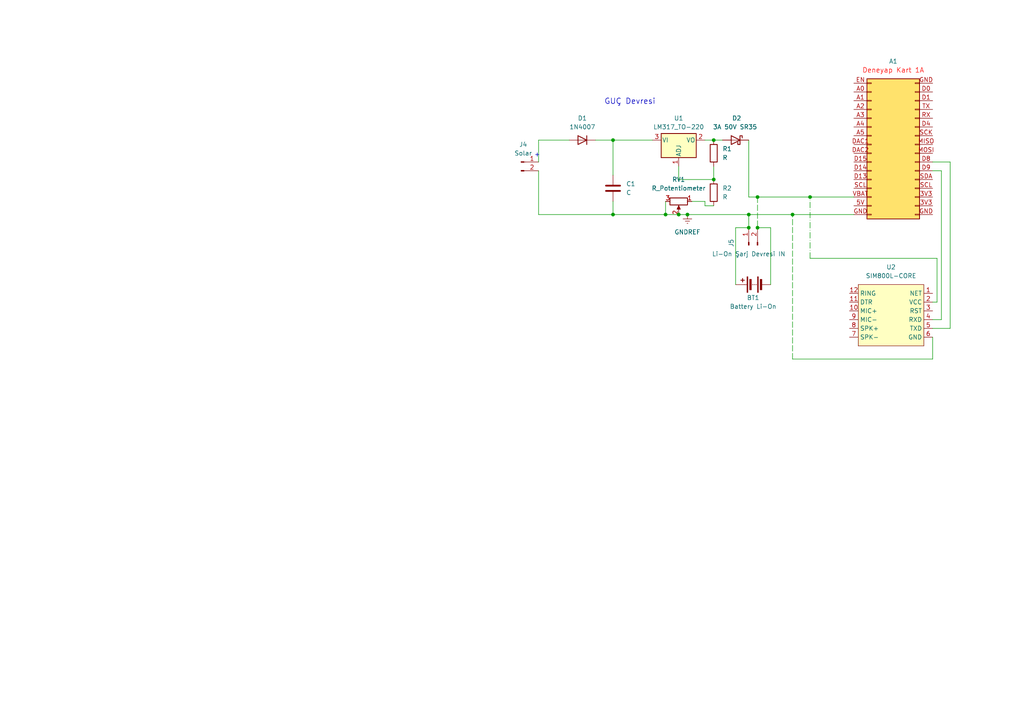
<source format=kicad_sch>
(kicad_sch (version 20230121) (generator eeschema)
  (paper "A4")
  (lib_symbols
    (symbol "Connector:Conn_01x02_Pin" (pin_names (offset 1.016) hide)
      (property "Reference" "J" (at 0 2.54 0))
      (property "Value" "Conn_01x02_Pin" (at 0 -5.08 0))
      (symbol "Conn_01x02_Pin_1_1"
        (polyline (pts (xy 1.27 -2.54) (xy 0.8636 -2.54)) (stroke (width 0.1524)))
        (polyline (pts (xy 1.27 0) (xy 0.8636 0)) (stroke (width 0.1524)))
        (rectangle (start 0.8636 -2.413) (end 0 -2.667) (stroke (width 0.1524)) (fill (type outline)))
        (rectangle (start 0.8636 0.127) (end 0 -0.127) (stroke (width 0.1524)) (fill (type outline)))
        (pin passive line (at 5.08 0 180) (length 3.81) (name "Pin_1") (number "1"))
        (pin passive line (at 5.08 -2.54 180) (length 3.81) (name "Pin_2") (number "2"))
      )
    )
    (symbol "Device:Battery" (pin_numbers hide) (pin_names (offset 0) hide)
      (property "Reference" "BT" (at 2.54 2.54 0))
      (property "Value" "Battery" (at 2.54 0 0))
      (symbol "Battery_0_1"
        (rectangle (start -2.286 -1.27) (end 2.286 -1.524) (fill (type outline)))
        (rectangle (start -2.286 1.778) (end 2.286 1.524) (fill (type outline)))
        (rectangle (start -1.524 -2.032) (end 1.524 -2.54) (fill (type outline)))
        (rectangle (start -1.524 1.016) (end 1.524 0.508) (fill (type outline)))
        (polyline (pts (xy 0 -1.016) (xy 0 -0.762)))
        (polyline (pts (xy 0 -0.508) (xy 0 -0.254)))
        (polyline (pts (xy 0 0) (xy 0 0.254)))
        (polyline (pts (xy 0 1.778) (xy 0 2.54)))
        (polyline (pts (xy 0.762 3.048) (xy 1.778 3.048)) (stroke (width 0.254)))
        (polyline (pts (xy 1.27 3.556) (xy 1.27 2.54)) (stroke (width 0.254)))
      )
      (symbol "Battery_1_1"
        (pin passive line (at 0 5.08 270) (length 2.54) (name "+") (number "1"))
        (pin passive line (at 0 -5.08 90) (length 2.54) (name "-") (number "2"))
      )
    )
    (symbol "Device:C" (pin_numbers hide) (pin_names (offset 0.254))
      (property "Reference" "C" (at 0.635 2.54 0))
      (property "Value" "C" (at 0.635 -2.54 0))
      (symbol "C_0_1"
        (polyline (pts (xy -2.032 -0.762) (xy 2.032 -0.762)) (stroke (width 0.508)))
        (polyline (pts (xy -2.032 0.762) (xy 2.032 0.762)) (stroke (width 0.508)))
      )
      (symbol "C_1_1"
        (pin passive line (at 0 3.81 270) (length 2.794) (name "~") (number "1"))
        (pin passive line (at 0 -3.81 90) (length 2.794) (name "~") (number "2"))
      )
    )
    (symbol "Device:D_Schottky" (pin_numbers hide) (pin_names (offset 1.016) hide)
      (property "Reference" "D" (at 0 2.54 0))
      (property "Value" "D_Schottky" (at 0 -2.54 0))
      (symbol "D_Schottky_0_1"
        (polyline (pts (xy 1.27 0) (xy -1.27 0)))
        (polyline (pts (xy 1.27 1.27) (xy 1.27 -1.27) (xy -1.27 0) (xy 1.27 1.27)) (stroke (width 0.254)))
        (polyline (pts (xy -1.905 0.635) (xy -1.905 1.27) (xy -1.27 1.27) (xy -1.27 -1.27) (xy -0.635 -1.27) (xy -0.635 -0.635)) (stroke (width 0.254)))
      )
      (symbol "D_Schottky_1_1"
        (pin passive line (at -3.81 0 0) (length 2.54) (name "K") (number "1"))
        (pin passive line (at 3.81 0 180) (length 2.54) (name "A") (number "2"))
      )
    )
    (symbol "Device:R" (pin_numbers hide) (pin_names (offset 0))
      (property "Reference" "R" (at 2.032 0 90))
      (property "Value" "R" (at 0 0 90))
      (symbol "R_0_1"
        (rectangle (start -1.016 -2.54) (end 1.016 2.54) (stroke (width 0.254)))
      )
      (symbol "R_1_1"
        (pin passive line (at 0 3.81 270) (length 1.27) (name "~") (number "1"))
        (pin passive line (at 0 -3.81 90) (length 1.27) (name "~") (number "2"))
      )
    )
    (symbol "Device:R_Potentiometer" (pin_names (offset 1.016) hide)
      (property "Reference" "RV" (at -4.445 0 90))
      (property "Value" "R_Potentiometer" (at -2.54 0 90))
      (symbol "R_Potentiometer_0_1"
        (polyline (pts (xy 2.54 0) (xy 1.524 0)))
        (polyline (pts (xy 1.143 0) (xy 2.286 0.508) (xy 2.286 -0.508) (xy 1.143 0)) (fill (type outline)))
        (rectangle (start 1.016 2.54) (end -1.016 -2.54) (stroke (width 0.254)))
      )
      (symbol "R_Potentiometer_1_1"
        (pin passive line (at 0 3.81 270) (length 1.27) (name "1") (number "1"))
        (pin passive line (at 3.81 0 180) (length 1.27) (name "2") (number "2"))
        (pin passive line (at 0 -3.81 90) (length 1.27) (name "3") (number "3"))
      )
    )
    (symbol "Diode:1N4007" (pin_numbers hide) (pin_names hide)
      (property "Reference" "D" (at 0 2.54 0))
      (property "Value" "1N4007" (at 0 -2.54 0))
      (symbol "1N4007_0_1"
        (polyline (pts (xy -1.27 1.27) (xy -1.27 -1.27)) (stroke (width 0.254)))
        (polyline (pts (xy 1.27 0) (xy -1.27 0)))
        (polyline (pts (xy 1.27 1.27) (xy 1.27 -1.27) (xy -1.27 0) (xy 1.27 1.27)) (stroke (width 0.254)))
      )
      (symbol "1N4007_1_1"
        (pin passive line (at -3.81 0 0) (length 2.54) (name "K") (number "1"))
        (pin passive line (at 3.81 0 180) (length 2.54) (name "A") (number "2"))
      )
    )
    (symbol "Regulator_Linear:LM317_TO-220" (pin_names (offset 0.254))
      (property "Reference" "U" (at -3.81 3.175 0))
      (property "Value" "LM317_TO-220" (at 0 3.175 0))
      (symbol "LM317_TO-220_0_1"
        (rectangle (start -5.08 1.905) (end 5.08 -5.08) (stroke (width 0.254)) (fill (type background)))
      )
      (symbol "LM317_TO-220_1_1"
        (pin input line (at 0 -7.62 90) (length 2.54) (name "ADJ") (number "1"))
        (pin power_out line (at 7.62 0 180) (length 2.54) (name "VO") (number "2"))
        (pin power_in line (at -7.62 0 0) (length 2.54) (name "VI") (number "3"))
      )
    )
    (symbol "deneyap_kart:Deneyap_Kart" (pin_names (offset 1.016) hide)
      (property "Reference" "A" (at 1.27 20.32 0))
      (property "Value" "Deneyap Kart 1A" (at 6.35 -2.54 90))
      (symbol "Deneyap_Kart_1_1"
        (rectangle (start -1.27 -20.193) (end 0 -20.447) (stroke (width 0.1524)))
        (rectangle (start -1.27 -17.653) (end 0 -17.907) (stroke (width 0.1524)))
        (rectangle (start -1.27 -15.113) (end 0 -15.367) (stroke (width 0.1524)))
        (rectangle (start -1.27 -12.573) (end 0 -12.827) (stroke (width 0.1524)))
        (rectangle (start -1.27 -10.033) (end 0 -10.287) (stroke (width 0.1524)))
        (rectangle (start -1.27 -7.493) (end 0 -7.747) (stroke (width 0.1524)))
        (rectangle (start -1.27 -4.953) (end 0 -5.207) (stroke (width 0.1524)))
        (rectangle (start -1.27 -2.413) (end 0 -2.667) (stroke (width 0.1524)))
        (rectangle (start -1.27 0.127) (end 0 -0.127) (stroke (width 0.1524)))
        (rectangle (start -1.27 2.667) (end 0 2.413) (stroke (width 0.1524)))
        (rectangle (start -1.27 5.207) (end 0 4.953) (stroke (width 0.1524)))
        (rectangle (start -1.27 7.747) (end 0 7.493) (stroke (width 0.1524)))
        (rectangle (start -1.27 10.287) (end 0 10.033) (stroke (width 0.1524)))
        (rectangle (start -1.27 12.827) (end 0 12.573) (stroke (width 0.1524)))
        (rectangle (start -1.27 15.367) (end 0 15.113) (stroke (width 0.1524)))
        (rectangle (start -1.27 17.907) (end 0 17.653) (stroke (width 0.1524)))
        (rectangle (start -1.27 19.05) (end 13.97 -21.59) (stroke (width 0.254)) (fill (type color) (color 255 226 108 1)))
        (rectangle (start 13.97 -20.193) (end 12.7 -20.447) (stroke (width 0.1524)))
        (rectangle (start 13.97 -17.653) (end 12.7 -17.907) (stroke (width 0.1524)))
        (rectangle (start 13.97 -15.113) (end 12.7 -15.367) (stroke (width 0.1524)))
        (rectangle (start 13.97 -12.573) (end 12.7 -12.827) (stroke (width 0.1524)))
        (rectangle (start 13.97 -10.033) (end 12.7 -10.287) (stroke (width 0.1524)))
        (rectangle (start 13.97 -7.493) (end 12.7 -7.747) (stroke (width 0.1524)))
        (rectangle (start 13.97 -4.953) (end 12.7 -5.207) (stroke (width 0.1524)))
        (rectangle (start 13.97 -2.413) (end 12.7 -2.667) (stroke (width 0.1524)))
        (rectangle (start 13.97 0.127) (end 12.7 -0.127) (stroke (width 0.1524)))
        (rectangle (start 13.97 2.667) (end 12.7 2.413) (stroke (width 0.1524)))
        (rectangle (start 13.97 5.207) (end 12.7 4.953) (stroke (width 0.1524)))
        (rectangle (start 13.97 7.747) (end 12.7 7.493) (stroke (width 0.1524)))
        (rectangle (start 13.97 10.287) (end 12.7 10.033) (stroke (width 0.1524)))
        (rectangle (start 13.97 12.827) (end 12.7 12.573) (stroke (width 0.1524)))
        (rectangle (start 13.97 15.367) (end 12.7 15.113) (stroke (width 0.1524)))
        (rectangle (start 13.97 17.907) (end 12.7 17.653) (stroke (width 0.1524)))
        (pin power_out line (at 17.78 -17.78 180) (length 3.81) (name "3V3") (number "3V3"))
        (pin power_out line (at 17.78 -15.24 180) (length 3.81) (name "3V3") (number "3V3"))
        (pin power_out line (at -5.08 -17.78 0) (length 3.81) (name "5V") (number "5V"))
        (pin input line (at -5.08 15.24 0) (length 3.81) (name "A0") (number "A0"))
        (pin input line (at -5.08 12.7 0) (length 3.81) (name "A1") (number "A1"))
        (pin input line (at -5.08 10.16 0) (length 3.81) (name "A2") (number "A2"))
        (pin input line (at -5.08 7.62 0) (length 3.81) (name "A3") (number "A3"))
        (pin input line (at -5.08 5.08 0) (length 3.81) (name "A4") (number "A4"))
        (pin input line (at -5.08 2.54 0) (length 3.81) (name "A5") (number "A5"))
        (pin bidirectional line (at 17.78 15.24 180) (length 3.81) (name "D0") (number "D0"))
        (pin bidirectional line (at 17.78 12.7 180) (length 3.81) (name "D1") (number "D1"))
        (pin bidirectional line (at -5.08 -10.16 0) (length 3.81) (name "D13") (number "D13"))
        (pin bidirectional line (at -5.08 -7.62 0) (length 3.81) (name "D14") (number "D14"))
        (pin bidirectional line (at -5.08 -5.08 0) (length 3.81) (name "D15") (number "D15"))
        (pin bidirectional line (at 17.78 5.08 180) (length 3.81) (name "D4") (number "D4"))
        (pin bidirectional line (at 17.78 -5.08 180) (length 3.81) (name "D8") (number "D8"))
        (pin bidirectional line (at 17.78 -7.62 180) (length 3.81) (name "D9") (number "D9"))
        (pin output line (at -5.08 0 0) (length 3.81) (name "DAC1") (number "DAC1"))
        (pin output line (at -5.08 -2.54 0) (length 3.81) (name "DAC2") (number "DAC2"))
        (pin free line (at -5.08 17.78 0) (length 3.81) (name "EN") (number "EN"))
        (pin power_in line (at -5.08 -20.32 0) (length 3.81) (name "GND") (number "GND"))
        (pin power_out line (at 17.78 -20.32 180) (length 3.81) (name "GND") (number "GND"))
        (pin power_out line (at 17.78 17.78 180) (length 3.81) (name "GND") (number "GND"))
        (pin bidirectional line (at 17.78 0 180) (length 3.81) (name "MISO") (number "MISO"))
        (pin bidirectional line (at 17.78 -2.54 180) (length 3.81) (name "MOSI") (number "MOSI"))
        (pin bidirectional line (at 17.78 7.62 180) (length 3.81) (name "RX") (number "RX"))
        (pin bidirectional line (at 17.78 2.54 180) (length 3.81) (name "SCK") (number "SCK"))
        (pin bidirectional line (at -5.08 -12.7 0) (length 3.81) (name "D12") (number "SCL"))
        (pin bidirectional line (at 17.78 -12.7 180) (length 3.81) (name "SCL") (number "SCL"))
        (pin bidirectional line (at 17.78 -10.16 180) (length 3.81) (name "SDA") (number "SDA"))
        (pin bidirectional line (at 17.78 10.16 180) (length 3.81) (name "TX") (number "TX"))
        (pin power_in line (at -5.08 -15.24 0) (length 3.81) (name "VBAT") (number "VBAT"))
      )
    )
    (symbol "power:GNDREF" (power) (pin_names (offset 0))
      (property "Value" "GNDREF" (at 0 -3.81 0))
      (symbol "GNDREF_0_1"
        (polyline (pts (xy -0.635 -1.905) (xy 0.635 -1.905)))
        (polyline (pts (xy -0.127 -2.54) (xy 0.127 -2.54)))
        (polyline (pts (xy 0 -1.27) (xy 0 0)))
        (polyline (pts (xy 1.27 -1.27) (xy -1.27 -1.27)))
      )
      (symbol "GNDREF_1_1"
        (pin power_in line (at 0 0 270) (length 0) hide (name "GNDREF") (number "1"))
      )
    )
    (symbol "sim800l-core:SIM800L-CORE"
      (property "Reference" "U" (at -7.62 8.89 0))
      (property "Value" "SIM800L-CORE" (at 0 -12.7 0))
      (symbol "SIM800L-CORE_0_1"
        (rectangle (start -8.89 7.62) (end 10.16 -10.16) (stroke (width 0.1524)) (fill (type background)))
      )
      (symbol "SIM800L-CORE_1_1"
        (pin bidirectional line (at -11.43 5.08 0) (length 2.54) (name "NET") (number "1"))
        (pin output line (at 12.7 0 180) (length 2.54) (name "MIC+") (number "10"))
        (pin passive line (at 12.7 2.54 180) (length 2.54) (name "DTR") (number "11"))
        (pin output line (at 12.7 5.08 180) (length 2.54) (name "RING") (number "12"))
        (pin power_in line (at -11.43 2.54 0) (length 2.54) (name "VCC") (number "2"))
        (pin input line (at -11.43 0 0) (length 2.54) (name "RST") (number "3"))
        (pin input line (at -11.43 -2.54 0) (length 2.54) (name "RXD") (number "4"))
        (pin output line (at -11.43 -5.08 0) (length 2.54) (name "TXD") (number "5"))
        (pin power_in line (at -11.43 -7.62 0) (length 2.54) (name "GND") (number "6"))
        (pin output line (at 12.7 -7.62 180) (length 2.54) (name "SPK-") (number "7"))
        (pin output line (at 12.7 -5.08 180) (length 2.54) (name "SPK+") (number "8"))
        (pin output line (at 12.7 -2.54 180) (length 2.54) (name "MIC-") (number "9"))
      )
    )
  )
  (junction (at 207.01 40.64))
  (junction (at 177.8 40.64))
  (junction (at 217.17 62.23))
  (junction (at 207.01 52.07))
  (junction (at 217.17 66.04))
  (junction (at 234.95 57.15))
  (junction (at 219.71 66.04))
  (junction (at 177.8 62.23))
  (junction (at 196.85 62.23))
  (junction (at 229.87 62.23))
  (junction (at 193.04 62.23))
  (junction (at 219.71 57.15))
  (junction (at 199.39 62.23))
  (wire (pts (xy 204.47 40.64) (xy 207.01 40.64)))
  (wire (pts (xy 270.51 92.71) (xy 273.05 92.71)))
  (wire (pts (xy 172.72 40.64) (xy 177.8 40.64)))
  (wire (pts (xy 219.71 66.04) (xy 223.52 66.04)))
  (wire (pts (xy 271.78 74.93) (xy 234.95 74.93)))
  (wire (pts (xy 193.04 58.42) (xy 193.04 62.23)))
  (wire (pts (xy 156.21 40.64) (xy 165.1 40.64)))
  (wire (pts (xy 234.95 57.15) (xy 247.65 57.15)))
  (wire (pts (xy 275.59 95.25) (xy 275.59 46.99)))
  (wire (pts (xy 196.85 48.26) (xy 196.85 52.07)))
  (wire (pts (xy 177.8 58.42) (xy 177.8 62.23)))
  (wire (pts (xy 207.01 40.64) (xy 209.55 40.64)))
  (wire (pts (xy 229.87 104.14) (xy 229.87 62.23)) (stroke (width 0) (type dash)))
  (wire (pts (xy 207.01 48.26) (xy 207.01 52.07)))
  (wire (pts (xy 217.17 40.64) (xy 217.17 57.15)))
  (wire (pts (xy 156.21 62.23) (xy 177.8 62.23)))
  (wire (pts (xy 199.39 62.23) (xy 217.17 62.23)))
  (wire (pts (xy 217.17 57.15) (xy 219.71 57.15)))
  (wire (pts (xy 156.21 49.53) (xy 156.21 62.23)))
  (wire (pts (xy 217.17 62.23) (xy 229.87 62.23)))
  (wire (pts (xy 213.36 66.04) (xy 213.36 82.55)))
  (wire (pts (xy 273.05 49.53) (xy 270.51 49.53)))
  (wire (pts (xy 270.51 87.63) (xy 271.78 87.63)))
  (wire (pts (xy 204.47 58.42) (xy 204.47 59.69)))
  (wire (pts (xy 196.85 62.23) (xy 199.39 62.23)))
  (wire (pts (xy 219.71 57.15) (xy 219.71 66.04)) (stroke (width 0) (type dash)))
  (wire (pts (xy 177.8 62.23) (xy 193.04 62.23)))
  (wire (pts (xy 196.85 52.07) (xy 207.01 52.07)))
  (wire (pts (xy 270.51 97.79) (xy 270.51 104.14)))
  (wire (pts (xy 156.21 40.64) (xy 156.21 46.99)))
  (wire (pts (xy 270.51 104.14) (xy 229.87 104.14)))
  (wire (pts (xy 270.51 95.25) (xy 275.59 95.25)))
  (wire (pts (xy 217.17 62.23) (xy 217.17 66.04)))
  (wire (pts (xy 200.66 58.42) (xy 204.47 58.42)))
  (wire (pts (xy 204.47 59.69) (xy 207.01 59.69)))
  (wire (pts (xy 177.8 40.64) (xy 177.8 50.8)))
  (wire (pts (xy 275.59 46.99) (xy 270.51 46.99)))
  (wire (pts (xy 177.8 40.64) (xy 189.23 40.64)))
  (wire (pts (xy 229.87 62.23) (xy 247.65 62.23)))
  (wire (pts (xy 193.04 62.23) (xy 196.85 62.23)))
  (wire (pts (xy 234.95 74.93) (xy 234.95 57.15)) (stroke (width 0) (type dash_dot)))
  (wire (pts (xy 273.05 92.71) (xy 273.05 49.53)))
  (wire (pts (xy 217.17 66.04) (xy 213.36 66.04)))
  (wire (pts (xy 219.71 57.15) (xy 234.95 57.15)))
  (wire (pts (xy 271.78 87.63) (xy 271.78 74.93)))
  (wire (pts (xy 223.52 66.04) (xy 223.52 82.55)))
  (text "GUÇ Devresi" (at 175.26 30.48 0) (effects (font (size 1.6 1.6)) (justify left bottom)))
  (text "+" (at 154.94 45.72 0) (effects (font (size 1.27 1.27)) (justify left bottom)))
  (symbol (lib_id "Connector:Conn_01x02_Pin") (at 217.17 71.12 90) (unit 1)
    (property "Reference" "J5" (at 212.09 70.485 0))
    (property "Value" "Li-On Şarj Devresi IN" (at 217.17 73.66 90))
  )
  (symbol (lib_id "Device:C") (at 177.8 54.61 0) (unit 1)
    (property "Reference" "C1" (at 181.61 53.34 0) (effects (justify left)))
    (property "Value" "C" (at 181.61 55.88 0) (effects (justify left)))
    (property "Footprint" "Capacitor_THT:CP_Radial_D4.0mm_P1.50mm" (effects hide))
  )
  (symbol (lib_id "sim800l-core:SIM800L-CORE") (at 259.08 90.17 0) (mirror y) (unit 1)
    (property "Reference" "U2" (at 258.445 77.47 0))
    (property "Value" "SIM800L-CORE" (at 258.445 80.01 0))
  )
  (symbol (lib_id "Regulator_Linear:LM317_TO-220") (at 196.85 40.64 0) (unit 1)
    (property "Reference" "U1" (at 196.85 34.29 0))
    (property "Value" "LM317_TO-220" (at 196.85 36.83 0))
    (property "Footprint" "Package_TO_SOT_THT:TO-220-3_Vertical" (effects hide))
    (property "Datasheet" "http://www.ti.com/lit/ds/symlink/lm317.pdf" (effects hide))
  )
  (symbol (lib_id "Device:Battery") (at 218.44 82.55 90) (unit 1)
    (property "Reference" "BT1" (at 218.44 86.36 90))
    (property "Value" "Battery Li-On" (at 218.44 88.9 90))
  )
  (symbol (lib_id "Device:R") (at 207.01 55.88 0) (unit 1)
    (property "Reference" "R2" (at 209.55 54.61 0) (effects (justify left)))
    (property "Value" "R" (at 209.55 57.15 0) (effects (justify left)))
  )
  (symbol (lib_id "Diode:1N4007") (at 168.91 40.64 0) (mirror y) (unit 1)
    (property "Reference" "D1" (at 168.91 34.29 0))
    (property "Value" "1N4007" (at 168.91 36.83 0))
    (property "Footprint" "Diode_THT:D_DO-41_SOD81_P10.16mm_Horizontal" (effects hide))
    (property "Datasheet" "http://www.vishay.com/docs/88503/1n4001.pdf" (effects hide))
    (property "Sim.Device" "D" (effects hide))
    (property "Sim.Pins" "1=K 2=A" (effects hide))
  )
  (symbol (lib_id "Device:R") (at 207.01 44.45 0) (unit 1)
    (property "Reference" "R1" (at 209.55 43.18 0) (effects (justify left)))
    (property "Value" "R" (at 209.55 45.72 0) (effects (justify left)))
  )
  (symbol (lib_id "deneyap_kart:Deneyap_Kart") (at 252.73 41.91 0) (unit 1)
    (property "Reference" "A1" (at 259.08 17.78 0))
    (property "Value" "Deneyap Kart 1A" (at 259.08 20.32 0) (effects (font (size 1.41 1.41))))
  )
  (symbol (lib_id "Device:D_Schottky") (at 213.36 40.64 0) (mirror y) (unit 1)
    (property "Reference" "D2" (at 213.6775 34.29 0))
    (property "Value" "3A 50V SR35 " (at 213.6775 36.83 0))
  )
  (symbol (lib_id "power:GNDREF") (at 199.39 62.23 0) (unit 1)
    (property "Reference" "#PWR01" (effects hide))
    (property "Value" "GNDREF" (at 199.39 67.31 0))
  )
  (symbol (lib_id "Device:R_Potentiometer") (at 196.85 58.42 270) (unit 1)
    (property "Reference" "RV1" (at 196.85 52.07 90))
    (property "Value" "R_Potentiometer" (at 196.85 54.61 90))
    (property "Footprint" "Potentiometer_THT:Potentiometer_ACP_CA9-H2,5_Horizontal" (effects hide))
  )
  (symbol (lib_id "Connector:Conn_01x02_Pin") (at 151.13 46.99 0) (unit 1)
    (property "Reference" "J4" (at 151.765 41.91 0))
    (property "Value" "Solar" (at 151.765 44.45 0))
    (property "Footprint" "TerminalBlock:TerminalBlock_Altech_AK300-2_P5.00mm" (effects hide))
  )
)
</source>
